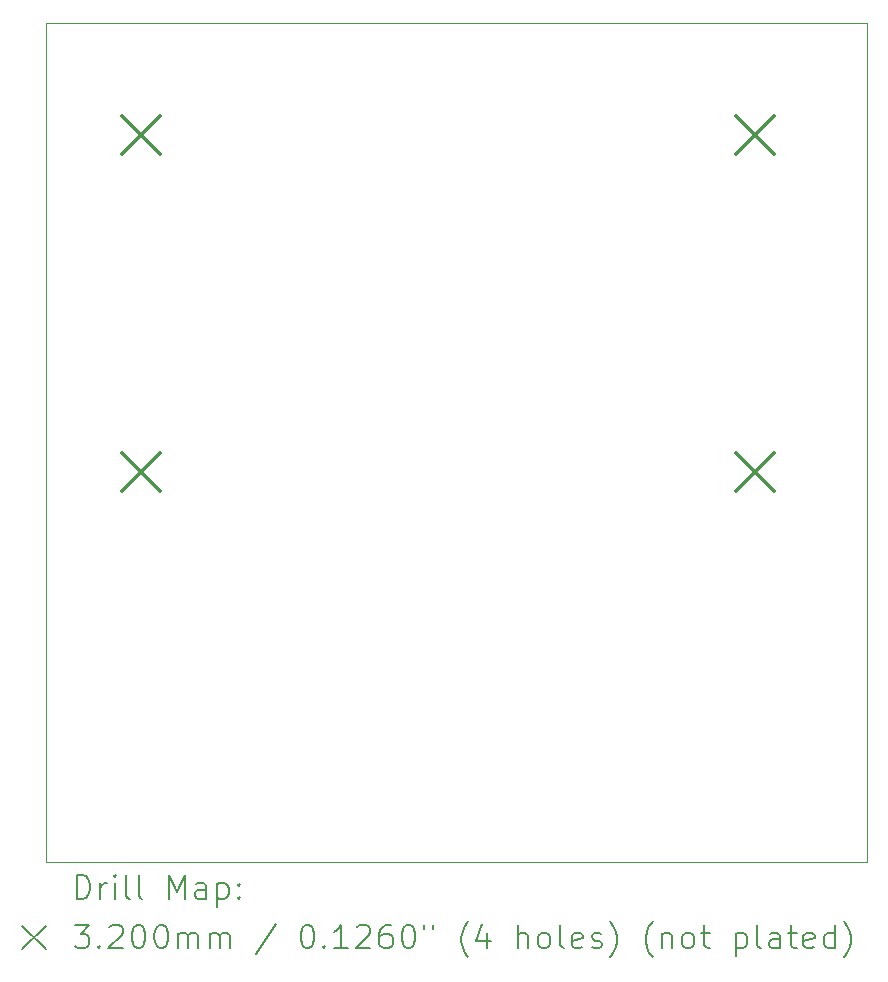
<source format=gbr>
%TF.GenerationSoftware,KiCad,Pcbnew,8.0.7-8.0.7-0~ubuntu22.04.1*%
%TF.CreationDate,2024-12-11T16:36:03+08:00*%
%TF.ProjectId,SmartClock,536d6172-7443-46c6-9f63-6b2e6b696361,rev?*%
%TF.SameCoordinates,Original*%
%TF.FileFunction,Drillmap*%
%TF.FilePolarity,Positive*%
%FSLAX45Y45*%
G04 Gerber Fmt 4.5, Leading zero omitted, Abs format (unit mm)*
G04 Created by KiCad (PCBNEW 8.0.7-8.0.7-0~ubuntu22.04.1) date 2024-12-11 16:36:03*
%MOMM*%
%LPD*%
G01*
G04 APERTURE LIST*
%ADD10C,0.050000*%
%ADD11C,0.200000*%
%ADD12C,0.320000*%
G04 APERTURE END LIST*
D10*
X9500000Y-5300000D02*
X16450000Y-5300000D01*
X16450000Y-12400000D01*
X9500000Y-12400000D01*
X9500000Y-5300000D01*
D11*
D12*
X10139000Y-6090000D02*
X10459000Y-6410000D01*
X10459000Y-6090000D02*
X10139000Y-6410000D01*
X10139000Y-8940000D02*
X10459000Y-9260000D01*
X10459000Y-8940000D02*
X10139000Y-9260000D01*
X15339000Y-6090000D02*
X15659000Y-6410000D01*
X15659000Y-6090000D02*
X15339000Y-6410000D01*
X15339000Y-8940000D02*
X15659000Y-9260000D01*
X15659000Y-8940000D02*
X15339000Y-9260000D01*
D11*
X9758277Y-12713984D02*
X9758277Y-12513984D01*
X9758277Y-12513984D02*
X9805896Y-12513984D01*
X9805896Y-12513984D02*
X9834467Y-12523508D01*
X9834467Y-12523508D02*
X9853515Y-12542555D01*
X9853515Y-12542555D02*
X9863039Y-12561603D01*
X9863039Y-12561603D02*
X9872563Y-12599698D01*
X9872563Y-12599698D02*
X9872563Y-12628269D01*
X9872563Y-12628269D02*
X9863039Y-12666365D01*
X9863039Y-12666365D02*
X9853515Y-12685412D01*
X9853515Y-12685412D02*
X9834467Y-12704460D01*
X9834467Y-12704460D02*
X9805896Y-12713984D01*
X9805896Y-12713984D02*
X9758277Y-12713984D01*
X9958277Y-12713984D02*
X9958277Y-12580650D01*
X9958277Y-12618746D02*
X9967801Y-12599698D01*
X9967801Y-12599698D02*
X9977324Y-12590174D01*
X9977324Y-12590174D02*
X9996372Y-12580650D01*
X9996372Y-12580650D02*
X10015420Y-12580650D01*
X10082086Y-12713984D02*
X10082086Y-12580650D01*
X10082086Y-12513984D02*
X10072563Y-12523508D01*
X10072563Y-12523508D02*
X10082086Y-12533031D01*
X10082086Y-12533031D02*
X10091610Y-12523508D01*
X10091610Y-12523508D02*
X10082086Y-12513984D01*
X10082086Y-12513984D02*
X10082086Y-12533031D01*
X10205896Y-12713984D02*
X10186848Y-12704460D01*
X10186848Y-12704460D02*
X10177324Y-12685412D01*
X10177324Y-12685412D02*
X10177324Y-12513984D01*
X10310658Y-12713984D02*
X10291610Y-12704460D01*
X10291610Y-12704460D02*
X10282086Y-12685412D01*
X10282086Y-12685412D02*
X10282086Y-12513984D01*
X10539229Y-12713984D02*
X10539229Y-12513984D01*
X10539229Y-12513984D02*
X10605896Y-12656841D01*
X10605896Y-12656841D02*
X10672563Y-12513984D01*
X10672563Y-12513984D02*
X10672563Y-12713984D01*
X10853515Y-12713984D02*
X10853515Y-12609222D01*
X10853515Y-12609222D02*
X10843991Y-12590174D01*
X10843991Y-12590174D02*
X10824944Y-12580650D01*
X10824944Y-12580650D02*
X10786848Y-12580650D01*
X10786848Y-12580650D02*
X10767801Y-12590174D01*
X10853515Y-12704460D02*
X10834467Y-12713984D01*
X10834467Y-12713984D02*
X10786848Y-12713984D01*
X10786848Y-12713984D02*
X10767801Y-12704460D01*
X10767801Y-12704460D02*
X10758277Y-12685412D01*
X10758277Y-12685412D02*
X10758277Y-12666365D01*
X10758277Y-12666365D02*
X10767801Y-12647317D01*
X10767801Y-12647317D02*
X10786848Y-12637793D01*
X10786848Y-12637793D02*
X10834467Y-12637793D01*
X10834467Y-12637793D02*
X10853515Y-12628269D01*
X10948753Y-12580650D02*
X10948753Y-12780650D01*
X10948753Y-12590174D02*
X10967801Y-12580650D01*
X10967801Y-12580650D02*
X11005896Y-12580650D01*
X11005896Y-12580650D02*
X11024944Y-12590174D01*
X11024944Y-12590174D02*
X11034467Y-12599698D01*
X11034467Y-12599698D02*
X11043991Y-12618746D01*
X11043991Y-12618746D02*
X11043991Y-12675888D01*
X11043991Y-12675888D02*
X11034467Y-12694936D01*
X11034467Y-12694936D02*
X11024944Y-12704460D01*
X11024944Y-12704460D02*
X11005896Y-12713984D01*
X11005896Y-12713984D02*
X10967801Y-12713984D01*
X10967801Y-12713984D02*
X10948753Y-12704460D01*
X11129705Y-12694936D02*
X11139229Y-12704460D01*
X11139229Y-12704460D02*
X11129705Y-12713984D01*
X11129705Y-12713984D02*
X11120182Y-12704460D01*
X11120182Y-12704460D02*
X11129705Y-12694936D01*
X11129705Y-12694936D02*
X11129705Y-12713984D01*
X11129705Y-12590174D02*
X11139229Y-12599698D01*
X11139229Y-12599698D02*
X11129705Y-12609222D01*
X11129705Y-12609222D02*
X11120182Y-12599698D01*
X11120182Y-12599698D02*
X11129705Y-12590174D01*
X11129705Y-12590174D02*
X11129705Y-12609222D01*
X9297500Y-12942500D02*
X9497500Y-13142500D01*
X9497500Y-12942500D02*
X9297500Y-13142500D01*
X9739229Y-12933984D02*
X9863039Y-12933984D01*
X9863039Y-12933984D02*
X9796372Y-13010174D01*
X9796372Y-13010174D02*
X9824944Y-13010174D01*
X9824944Y-13010174D02*
X9843991Y-13019698D01*
X9843991Y-13019698D02*
X9853515Y-13029222D01*
X9853515Y-13029222D02*
X9863039Y-13048269D01*
X9863039Y-13048269D02*
X9863039Y-13095888D01*
X9863039Y-13095888D02*
X9853515Y-13114936D01*
X9853515Y-13114936D02*
X9843991Y-13124460D01*
X9843991Y-13124460D02*
X9824944Y-13133984D01*
X9824944Y-13133984D02*
X9767801Y-13133984D01*
X9767801Y-13133984D02*
X9748753Y-13124460D01*
X9748753Y-13124460D02*
X9739229Y-13114936D01*
X9948753Y-13114936D02*
X9958277Y-13124460D01*
X9958277Y-13124460D02*
X9948753Y-13133984D01*
X9948753Y-13133984D02*
X9939229Y-13124460D01*
X9939229Y-13124460D02*
X9948753Y-13114936D01*
X9948753Y-13114936D02*
X9948753Y-13133984D01*
X10034467Y-12953031D02*
X10043991Y-12943508D01*
X10043991Y-12943508D02*
X10063039Y-12933984D01*
X10063039Y-12933984D02*
X10110658Y-12933984D01*
X10110658Y-12933984D02*
X10129705Y-12943508D01*
X10129705Y-12943508D02*
X10139229Y-12953031D01*
X10139229Y-12953031D02*
X10148753Y-12972079D01*
X10148753Y-12972079D02*
X10148753Y-12991127D01*
X10148753Y-12991127D02*
X10139229Y-13019698D01*
X10139229Y-13019698D02*
X10024944Y-13133984D01*
X10024944Y-13133984D02*
X10148753Y-13133984D01*
X10272563Y-12933984D02*
X10291610Y-12933984D01*
X10291610Y-12933984D02*
X10310658Y-12943508D01*
X10310658Y-12943508D02*
X10320182Y-12953031D01*
X10320182Y-12953031D02*
X10329705Y-12972079D01*
X10329705Y-12972079D02*
X10339229Y-13010174D01*
X10339229Y-13010174D02*
X10339229Y-13057793D01*
X10339229Y-13057793D02*
X10329705Y-13095888D01*
X10329705Y-13095888D02*
X10320182Y-13114936D01*
X10320182Y-13114936D02*
X10310658Y-13124460D01*
X10310658Y-13124460D02*
X10291610Y-13133984D01*
X10291610Y-13133984D02*
X10272563Y-13133984D01*
X10272563Y-13133984D02*
X10253515Y-13124460D01*
X10253515Y-13124460D02*
X10243991Y-13114936D01*
X10243991Y-13114936D02*
X10234467Y-13095888D01*
X10234467Y-13095888D02*
X10224944Y-13057793D01*
X10224944Y-13057793D02*
X10224944Y-13010174D01*
X10224944Y-13010174D02*
X10234467Y-12972079D01*
X10234467Y-12972079D02*
X10243991Y-12953031D01*
X10243991Y-12953031D02*
X10253515Y-12943508D01*
X10253515Y-12943508D02*
X10272563Y-12933984D01*
X10463039Y-12933984D02*
X10482086Y-12933984D01*
X10482086Y-12933984D02*
X10501134Y-12943508D01*
X10501134Y-12943508D02*
X10510658Y-12953031D01*
X10510658Y-12953031D02*
X10520182Y-12972079D01*
X10520182Y-12972079D02*
X10529705Y-13010174D01*
X10529705Y-13010174D02*
X10529705Y-13057793D01*
X10529705Y-13057793D02*
X10520182Y-13095888D01*
X10520182Y-13095888D02*
X10510658Y-13114936D01*
X10510658Y-13114936D02*
X10501134Y-13124460D01*
X10501134Y-13124460D02*
X10482086Y-13133984D01*
X10482086Y-13133984D02*
X10463039Y-13133984D01*
X10463039Y-13133984D02*
X10443991Y-13124460D01*
X10443991Y-13124460D02*
X10434467Y-13114936D01*
X10434467Y-13114936D02*
X10424944Y-13095888D01*
X10424944Y-13095888D02*
X10415420Y-13057793D01*
X10415420Y-13057793D02*
X10415420Y-13010174D01*
X10415420Y-13010174D02*
X10424944Y-12972079D01*
X10424944Y-12972079D02*
X10434467Y-12953031D01*
X10434467Y-12953031D02*
X10443991Y-12943508D01*
X10443991Y-12943508D02*
X10463039Y-12933984D01*
X10615420Y-13133984D02*
X10615420Y-13000650D01*
X10615420Y-13019698D02*
X10624944Y-13010174D01*
X10624944Y-13010174D02*
X10643991Y-13000650D01*
X10643991Y-13000650D02*
X10672563Y-13000650D01*
X10672563Y-13000650D02*
X10691610Y-13010174D01*
X10691610Y-13010174D02*
X10701134Y-13029222D01*
X10701134Y-13029222D02*
X10701134Y-13133984D01*
X10701134Y-13029222D02*
X10710658Y-13010174D01*
X10710658Y-13010174D02*
X10729705Y-13000650D01*
X10729705Y-13000650D02*
X10758277Y-13000650D01*
X10758277Y-13000650D02*
X10777325Y-13010174D01*
X10777325Y-13010174D02*
X10786848Y-13029222D01*
X10786848Y-13029222D02*
X10786848Y-13133984D01*
X10882086Y-13133984D02*
X10882086Y-13000650D01*
X10882086Y-13019698D02*
X10891610Y-13010174D01*
X10891610Y-13010174D02*
X10910658Y-13000650D01*
X10910658Y-13000650D02*
X10939229Y-13000650D01*
X10939229Y-13000650D02*
X10958277Y-13010174D01*
X10958277Y-13010174D02*
X10967801Y-13029222D01*
X10967801Y-13029222D02*
X10967801Y-13133984D01*
X10967801Y-13029222D02*
X10977325Y-13010174D01*
X10977325Y-13010174D02*
X10996372Y-13000650D01*
X10996372Y-13000650D02*
X11024944Y-13000650D01*
X11024944Y-13000650D02*
X11043991Y-13010174D01*
X11043991Y-13010174D02*
X11053515Y-13029222D01*
X11053515Y-13029222D02*
X11053515Y-13133984D01*
X11443991Y-12924460D02*
X11272563Y-13181603D01*
X11701134Y-12933984D02*
X11720182Y-12933984D01*
X11720182Y-12933984D02*
X11739229Y-12943508D01*
X11739229Y-12943508D02*
X11748753Y-12953031D01*
X11748753Y-12953031D02*
X11758277Y-12972079D01*
X11758277Y-12972079D02*
X11767801Y-13010174D01*
X11767801Y-13010174D02*
X11767801Y-13057793D01*
X11767801Y-13057793D02*
X11758277Y-13095888D01*
X11758277Y-13095888D02*
X11748753Y-13114936D01*
X11748753Y-13114936D02*
X11739229Y-13124460D01*
X11739229Y-13124460D02*
X11720182Y-13133984D01*
X11720182Y-13133984D02*
X11701134Y-13133984D01*
X11701134Y-13133984D02*
X11682086Y-13124460D01*
X11682086Y-13124460D02*
X11672563Y-13114936D01*
X11672563Y-13114936D02*
X11663039Y-13095888D01*
X11663039Y-13095888D02*
X11653515Y-13057793D01*
X11653515Y-13057793D02*
X11653515Y-13010174D01*
X11653515Y-13010174D02*
X11663039Y-12972079D01*
X11663039Y-12972079D02*
X11672563Y-12953031D01*
X11672563Y-12953031D02*
X11682086Y-12943508D01*
X11682086Y-12943508D02*
X11701134Y-12933984D01*
X11853515Y-13114936D02*
X11863039Y-13124460D01*
X11863039Y-13124460D02*
X11853515Y-13133984D01*
X11853515Y-13133984D02*
X11843991Y-13124460D01*
X11843991Y-13124460D02*
X11853515Y-13114936D01*
X11853515Y-13114936D02*
X11853515Y-13133984D01*
X12053515Y-13133984D02*
X11939229Y-13133984D01*
X11996372Y-13133984D02*
X11996372Y-12933984D01*
X11996372Y-12933984D02*
X11977325Y-12962555D01*
X11977325Y-12962555D02*
X11958277Y-12981603D01*
X11958277Y-12981603D02*
X11939229Y-12991127D01*
X12129706Y-12953031D02*
X12139229Y-12943508D01*
X12139229Y-12943508D02*
X12158277Y-12933984D01*
X12158277Y-12933984D02*
X12205896Y-12933984D01*
X12205896Y-12933984D02*
X12224944Y-12943508D01*
X12224944Y-12943508D02*
X12234467Y-12953031D01*
X12234467Y-12953031D02*
X12243991Y-12972079D01*
X12243991Y-12972079D02*
X12243991Y-12991127D01*
X12243991Y-12991127D02*
X12234467Y-13019698D01*
X12234467Y-13019698D02*
X12120182Y-13133984D01*
X12120182Y-13133984D02*
X12243991Y-13133984D01*
X12415420Y-12933984D02*
X12377325Y-12933984D01*
X12377325Y-12933984D02*
X12358277Y-12943508D01*
X12358277Y-12943508D02*
X12348753Y-12953031D01*
X12348753Y-12953031D02*
X12329706Y-12981603D01*
X12329706Y-12981603D02*
X12320182Y-13019698D01*
X12320182Y-13019698D02*
X12320182Y-13095888D01*
X12320182Y-13095888D02*
X12329706Y-13114936D01*
X12329706Y-13114936D02*
X12339229Y-13124460D01*
X12339229Y-13124460D02*
X12358277Y-13133984D01*
X12358277Y-13133984D02*
X12396372Y-13133984D01*
X12396372Y-13133984D02*
X12415420Y-13124460D01*
X12415420Y-13124460D02*
X12424944Y-13114936D01*
X12424944Y-13114936D02*
X12434467Y-13095888D01*
X12434467Y-13095888D02*
X12434467Y-13048269D01*
X12434467Y-13048269D02*
X12424944Y-13029222D01*
X12424944Y-13029222D02*
X12415420Y-13019698D01*
X12415420Y-13019698D02*
X12396372Y-13010174D01*
X12396372Y-13010174D02*
X12358277Y-13010174D01*
X12358277Y-13010174D02*
X12339229Y-13019698D01*
X12339229Y-13019698D02*
X12329706Y-13029222D01*
X12329706Y-13029222D02*
X12320182Y-13048269D01*
X12558277Y-12933984D02*
X12577325Y-12933984D01*
X12577325Y-12933984D02*
X12596372Y-12943508D01*
X12596372Y-12943508D02*
X12605896Y-12953031D01*
X12605896Y-12953031D02*
X12615420Y-12972079D01*
X12615420Y-12972079D02*
X12624944Y-13010174D01*
X12624944Y-13010174D02*
X12624944Y-13057793D01*
X12624944Y-13057793D02*
X12615420Y-13095888D01*
X12615420Y-13095888D02*
X12605896Y-13114936D01*
X12605896Y-13114936D02*
X12596372Y-13124460D01*
X12596372Y-13124460D02*
X12577325Y-13133984D01*
X12577325Y-13133984D02*
X12558277Y-13133984D01*
X12558277Y-13133984D02*
X12539229Y-13124460D01*
X12539229Y-13124460D02*
X12529706Y-13114936D01*
X12529706Y-13114936D02*
X12520182Y-13095888D01*
X12520182Y-13095888D02*
X12510658Y-13057793D01*
X12510658Y-13057793D02*
X12510658Y-13010174D01*
X12510658Y-13010174D02*
X12520182Y-12972079D01*
X12520182Y-12972079D02*
X12529706Y-12953031D01*
X12529706Y-12953031D02*
X12539229Y-12943508D01*
X12539229Y-12943508D02*
X12558277Y-12933984D01*
X12701134Y-12933984D02*
X12701134Y-12972079D01*
X12777325Y-12933984D02*
X12777325Y-12972079D01*
X13072563Y-13210174D02*
X13063039Y-13200650D01*
X13063039Y-13200650D02*
X13043991Y-13172079D01*
X13043991Y-13172079D02*
X13034468Y-13153031D01*
X13034468Y-13153031D02*
X13024944Y-13124460D01*
X13024944Y-13124460D02*
X13015420Y-13076841D01*
X13015420Y-13076841D02*
X13015420Y-13038746D01*
X13015420Y-13038746D02*
X13024944Y-12991127D01*
X13024944Y-12991127D02*
X13034468Y-12962555D01*
X13034468Y-12962555D02*
X13043991Y-12943508D01*
X13043991Y-12943508D02*
X13063039Y-12914936D01*
X13063039Y-12914936D02*
X13072563Y-12905412D01*
X13234468Y-13000650D02*
X13234468Y-13133984D01*
X13186848Y-12924460D02*
X13139229Y-13067317D01*
X13139229Y-13067317D02*
X13263039Y-13067317D01*
X13491610Y-13133984D02*
X13491610Y-12933984D01*
X13577325Y-13133984D02*
X13577325Y-13029222D01*
X13577325Y-13029222D02*
X13567801Y-13010174D01*
X13567801Y-13010174D02*
X13548753Y-13000650D01*
X13548753Y-13000650D02*
X13520182Y-13000650D01*
X13520182Y-13000650D02*
X13501134Y-13010174D01*
X13501134Y-13010174D02*
X13491610Y-13019698D01*
X13701134Y-13133984D02*
X13682087Y-13124460D01*
X13682087Y-13124460D02*
X13672563Y-13114936D01*
X13672563Y-13114936D02*
X13663039Y-13095888D01*
X13663039Y-13095888D02*
X13663039Y-13038746D01*
X13663039Y-13038746D02*
X13672563Y-13019698D01*
X13672563Y-13019698D02*
X13682087Y-13010174D01*
X13682087Y-13010174D02*
X13701134Y-13000650D01*
X13701134Y-13000650D02*
X13729706Y-13000650D01*
X13729706Y-13000650D02*
X13748753Y-13010174D01*
X13748753Y-13010174D02*
X13758277Y-13019698D01*
X13758277Y-13019698D02*
X13767801Y-13038746D01*
X13767801Y-13038746D02*
X13767801Y-13095888D01*
X13767801Y-13095888D02*
X13758277Y-13114936D01*
X13758277Y-13114936D02*
X13748753Y-13124460D01*
X13748753Y-13124460D02*
X13729706Y-13133984D01*
X13729706Y-13133984D02*
X13701134Y-13133984D01*
X13882087Y-13133984D02*
X13863039Y-13124460D01*
X13863039Y-13124460D02*
X13853515Y-13105412D01*
X13853515Y-13105412D02*
X13853515Y-12933984D01*
X14034468Y-13124460D02*
X14015420Y-13133984D01*
X14015420Y-13133984D02*
X13977325Y-13133984D01*
X13977325Y-13133984D02*
X13958277Y-13124460D01*
X13958277Y-13124460D02*
X13948753Y-13105412D01*
X13948753Y-13105412D02*
X13948753Y-13029222D01*
X13948753Y-13029222D02*
X13958277Y-13010174D01*
X13958277Y-13010174D02*
X13977325Y-13000650D01*
X13977325Y-13000650D02*
X14015420Y-13000650D01*
X14015420Y-13000650D02*
X14034468Y-13010174D01*
X14034468Y-13010174D02*
X14043991Y-13029222D01*
X14043991Y-13029222D02*
X14043991Y-13048269D01*
X14043991Y-13048269D02*
X13948753Y-13067317D01*
X14120182Y-13124460D02*
X14139230Y-13133984D01*
X14139230Y-13133984D02*
X14177325Y-13133984D01*
X14177325Y-13133984D02*
X14196372Y-13124460D01*
X14196372Y-13124460D02*
X14205896Y-13105412D01*
X14205896Y-13105412D02*
X14205896Y-13095888D01*
X14205896Y-13095888D02*
X14196372Y-13076841D01*
X14196372Y-13076841D02*
X14177325Y-13067317D01*
X14177325Y-13067317D02*
X14148753Y-13067317D01*
X14148753Y-13067317D02*
X14129706Y-13057793D01*
X14129706Y-13057793D02*
X14120182Y-13038746D01*
X14120182Y-13038746D02*
X14120182Y-13029222D01*
X14120182Y-13029222D02*
X14129706Y-13010174D01*
X14129706Y-13010174D02*
X14148753Y-13000650D01*
X14148753Y-13000650D02*
X14177325Y-13000650D01*
X14177325Y-13000650D02*
X14196372Y-13010174D01*
X14272563Y-13210174D02*
X14282087Y-13200650D01*
X14282087Y-13200650D02*
X14301134Y-13172079D01*
X14301134Y-13172079D02*
X14310658Y-13153031D01*
X14310658Y-13153031D02*
X14320182Y-13124460D01*
X14320182Y-13124460D02*
X14329706Y-13076841D01*
X14329706Y-13076841D02*
X14329706Y-13038746D01*
X14329706Y-13038746D02*
X14320182Y-12991127D01*
X14320182Y-12991127D02*
X14310658Y-12962555D01*
X14310658Y-12962555D02*
X14301134Y-12943508D01*
X14301134Y-12943508D02*
X14282087Y-12914936D01*
X14282087Y-12914936D02*
X14272563Y-12905412D01*
X14634468Y-13210174D02*
X14624944Y-13200650D01*
X14624944Y-13200650D02*
X14605896Y-13172079D01*
X14605896Y-13172079D02*
X14596372Y-13153031D01*
X14596372Y-13153031D02*
X14586849Y-13124460D01*
X14586849Y-13124460D02*
X14577325Y-13076841D01*
X14577325Y-13076841D02*
X14577325Y-13038746D01*
X14577325Y-13038746D02*
X14586849Y-12991127D01*
X14586849Y-12991127D02*
X14596372Y-12962555D01*
X14596372Y-12962555D02*
X14605896Y-12943508D01*
X14605896Y-12943508D02*
X14624944Y-12914936D01*
X14624944Y-12914936D02*
X14634468Y-12905412D01*
X14710658Y-13000650D02*
X14710658Y-13133984D01*
X14710658Y-13019698D02*
X14720182Y-13010174D01*
X14720182Y-13010174D02*
X14739230Y-13000650D01*
X14739230Y-13000650D02*
X14767801Y-13000650D01*
X14767801Y-13000650D02*
X14786849Y-13010174D01*
X14786849Y-13010174D02*
X14796372Y-13029222D01*
X14796372Y-13029222D02*
X14796372Y-13133984D01*
X14920182Y-13133984D02*
X14901134Y-13124460D01*
X14901134Y-13124460D02*
X14891611Y-13114936D01*
X14891611Y-13114936D02*
X14882087Y-13095888D01*
X14882087Y-13095888D02*
X14882087Y-13038746D01*
X14882087Y-13038746D02*
X14891611Y-13019698D01*
X14891611Y-13019698D02*
X14901134Y-13010174D01*
X14901134Y-13010174D02*
X14920182Y-13000650D01*
X14920182Y-13000650D02*
X14948753Y-13000650D01*
X14948753Y-13000650D02*
X14967801Y-13010174D01*
X14967801Y-13010174D02*
X14977325Y-13019698D01*
X14977325Y-13019698D02*
X14986849Y-13038746D01*
X14986849Y-13038746D02*
X14986849Y-13095888D01*
X14986849Y-13095888D02*
X14977325Y-13114936D01*
X14977325Y-13114936D02*
X14967801Y-13124460D01*
X14967801Y-13124460D02*
X14948753Y-13133984D01*
X14948753Y-13133984D02*
X14920182Y-13133984D01*
X15043992Y-13000650D02*
X15120182Y-13000650D01*
X15072563Y-12933984D02*
X15072563Y-13105412D01*
X15072563Y-13105412D02*
X15082087Y-13124460D01*
X15082087Y-13124460D02*
X15101134Y-13133984D01*
X15101134Y-13133984D02*
X15120182Y-13133984D01*
X15339230Y-13000650D02*
X15339230Y-13200650D01*
X15339230Y-13010174D02*
X15358277Y-13000650D01*
X15358277Y-13000650D02*
X15396373Y-13000650D01*
X15396373Y-13000650D02*
X15415420Y-13010174D01*
X15415420Y-13010174D02*
X15424944Y-13019698D01*
X15424944Y-13019698D02*
X15434468Y-13038746D01*
X15434468Y-13038746D02*
X15434468Y-13095888D01*
X15434468Y-13095888D02*
X15424944Y-13114936D01*
X15424944Y-13114936D02*
X15415420Y-13124460D01*
X15415420Y-13124460D02*
X15396373Y-13133984D01*
X15396373Y-13133984D02*
X15358277Y-13133984D01*
X15358277Y-13133984D02*
X15339230Y-13124460D01*
X15548753Y-13133984D02*
X15529706Y-13124460D01*
X15529706Y-13124460D02*
X15520182Y-13105412D01*
X15520182Y-13105412D02*
X15520182Y-12933984D01*
X15710658Y-13133984D02*
X15710658Y-13029222D01*
X15710658Y-13029222D02*
X15701134Y-13010174D01*
X15701134Y-13010174D02*
X15682087Y-13000650D01*
X15682087Y-13000650D02*
X15643992Y-13000650D01*
X15643992Y-13000650D02*
X15624944Y-13010174D01*
X15710658Y-13124460D02*
X15691611Y-13133984D01*
X15691611Y-13133984D02*
X15643992Y-13133984D01*
X15643992Y-13133984D02*
X15624944Y-13124460D01*
X15624944Y-13124460D02*
X15615420Y-13105412D01*
X15615420Y-13105412D02*
X15615420Y-13086365D01*
X15615420Y-13086365D02*
X15624944Y-13067317D01*
X15624944Y-13067317D02*
X15643992Y-13057793D01*
X15643992Y-13057793D02*
X15691611Y-13057793D01*
X15691611Y-13057793D02*
X15710658Y-13048269D01*
X15777325Y-13000650D02*
X15853515Y-13000650D01*
X15805896Y-12933984D02*
X15805896Y-13105412D01*
X15805896Y-13105412D02*
X15815420Y-13124460D01*
X15815420Y-13124460D02*
X15834468Y-13133984D01*
X15834468Y-13133984D02*
X15853515Y-13133984D01*
X15996373Y-13124460D02*
X15977325Y-13133984D01*
X15977325Y-13133984D02*
X15939230Y-13133984D01*
X15939230Y-13133984D02*
X15920182Y-13124460D01*
X15920182Y-13124460D02*
X15910658Y-13105412D01*
X15910658Y-13105412D02*
X15910658Y-13029222D01*
X15910658Y-13029222D02*
X15920182Y-13010174D01*
X15920182Y-13010174D02*
X15939230Y-13000650D01*
X15939230Y-13000650D02*
X15977325Y-13000650D01*
X15977325Y-13000650D02*
X15996373Y-13010174D01*
X15996373Y-13010174D02*
X16005896Y-13029222D01*
X16005896Y-13029222D02*
X16005896Y-13048269D01*
X16005896Y-13048269D02*
X15910658Y-13067317D01*
X16177325Y-13133984D02*
X16177325Y-12933984D01*
X16177325Y-13124460D02*
X16158277Y-13133984D01*
X16158277Y-13133984D02*
X16120182Y-13133984D01*
X16120182Y-13133984D02*
X16101134Y-13124460D01*
X16101134Y-13124460D02*
X16091611Y-13114936D01*
X16091611Y-13114936D02*
X16082087Y-13095888D01*
X16082087Y-13095888D02*
X16082087Y-13038746D01*
X16082087Y-13038746D02*
X16091611Y-13019698D01*
X16091611Y-13019698D02*
X16101134Y-13010174D01*
X16101134Y-13010174D02*
X16120182Y-13000650D01*
X16120182Y-13000650D02*
X16158277Y-13000650D01*
X16158277Y-13000650D02*
X16177325Y-13010174D01*
X16253515Y-13210174D02*
X16263039Y-13200650D01*
X16263039Y-13200650D02*
X16282087Y-13172079D01*
X16282087Y-13172079D02*
X16291611Y-13153031D01*
X16291611Y-13153031D02*
X16301134Y-13124460D01*
X16301134Y-13124460D02*
X16310658Y-13076841D01*
X16310658Y-13076841D02*
X16310658Y-13038746D01*
X16310658Y-13038746D02*
X16301134Y-12991127D01*
X16301134Y-12991127D02*
X16291611Y-12962555D01*
X16291611Y-12962555D02*
X16282087Y-12943508D01*
X16282087Y-12943508D02*
X16263039Y-12914936D01*
X16263039Y-12914936D02*
X16253515Y-12905412D01*
M02*

</source>
